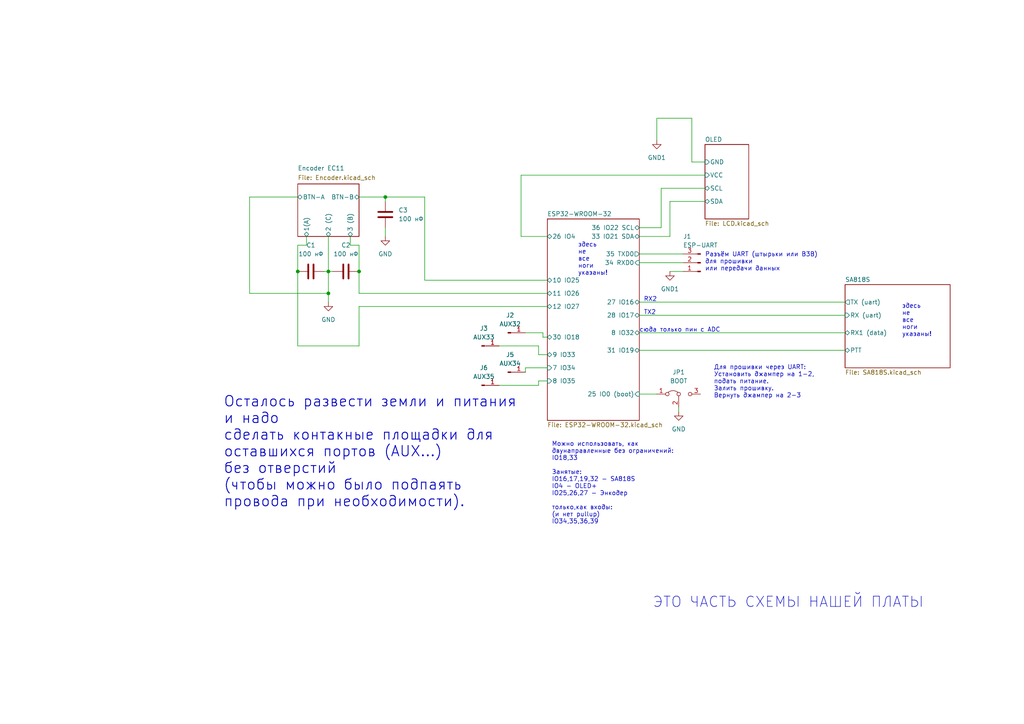
<source format=kicad_sch>
(kicad_sch (version 20230121) (generator eeschema)
  (paper "A4")
  (lib_symbols
    (symbol "Connector:Conn_01x01_Pin" (pin_names (offset 1.016) hide)
      (property "Reference" "J" (at 0 2.54 0))
      (property "Value" "Conn_01x01_Pin" (at 0 -2.54 0))
      (symbol "Conn_01x01_Pin_1_1"
        (polyline (pts (xy 1.27 0) (xy 0.8636 0)) (stroke (width 0.1524)))
        (rectangle (start 0.8636 0.127) (end 0 -0.127) (stroke (width 0.1524)) (fill (type outline)))
        (pin passive line (at 5.08 0 180) (length 3.81) (name "Pin_1") (number "1"))
      )
    )
    (symbol "Connector:Conn_01x03_Pin" (pin_names (offset 1.016) hide)
      (property "Reference" "J" (at 0 5.08 0))
      (property "Value" "Conn_01x03_Pin" (at 0 -5.08 0))
      (symbol "Conn_01x03_Pin_1_1"
        (polyline (pts (xy 1.27 -2.54) (xy 0.8636 -2.54)) (stroke (width 0.1524)))
        (polyline (pts (xy 1.27 0) (xy 0.8636 0)) (stroke (width 0.1524)))
        (polyline (pts (xy 1.27 2.54) (xy 0.8636 2.54)) (stroke (width 0.1524)))
        (rectangle (start 0.8636 -2.413) (end 0 -2.667) (stroke (width 0.1524)) (fill (type outline)))
        (rectangle (start 0.8636 0.127) (end 0 -0.127) (stroke (width 0.1524)) (fill (type outline)))
        (rectangle (start 0.8636 2.667) (end 0 2.413) (stroke (width 0.1524)) (fill (type outline)))
        (pin passive line (at 5.08 2.54 180) (length 3.81) (name "Pin_1") (number "1"))
        (pin passive line (at 5.08 0 180) (length 3.81) (name "Pin_2") (number "2"))
        (pin passive line (at 5.08 -2.54 180) (length 3.81) (name "Pin_3") (number "3"))
      )
    )
    (symbol "Device:C" (pin_numbers hide) (pin_names (offset 0.254))
      (property "Reference" "C" (at 0.635 2.54 0))
      (property "Value" "C" (at 0.635 -2.54 0))
      (symbol "C_0_1"
        (polyline (pts (xy -2.032 -0.762) (xy 2.032 -0.762)) (stroke (width 0.508)))
        (polyline (pts (xy -2.032 0.762) (xy 2.032 0.762)) (stroke (width 0.508)))
      )
      (symbol "C_1_1"
        (pin passive line (at 0 3.81 270) (length 2.794) (name "~") (number "1"))
        (pin passive line (at 0 -3.81 90) (length 2.794) (name "~") (number "2"))
      )
    )
    (symbol "Jumper:Jumper_3_Bridged12" (pin_names (offset 0) hide)
      (property "Reference" "JP" (at -2.54 -2.54 0))
      (property "Value" "Jumper_3_Bridged12" (at 0 2.794 0))
      (symbol "Jumper_3_Bridged12_0_0"
        (circle (center -3.302 0) (radius 0.508))
        (circle (center 0 0) (radius 0.508))
        (circle (center 3.302 0) (radius 0.508))
      )
      (symbol "Jumper_3_Bridged12_0_1"
        (arc (start -0.254 0.508) (mid -1.651 0.9912) (end -3.048 0.508))
        (polyline (pts (xy 0 -1.27) (xy 0 -0.508)))
      )
      (symbol "Jumper_3_Bridged12_1_1"
        (pin passive line (at -6.35 0 0) (length 2.54) (name "A") (number "1"))
        (pin passive line (at 0 -3.81 90) (length 2.54) (name "C") (number "2"))
        (pin passive line (at 6.35 0 180) (length 2.54) (name "B") (number "3"))
      )
    )
    (symbol "power:GND" (power) (pin_names (offset 0))
      (property "Value" "GND" (at 0 -3.81 0))
      (symbol "GND_0_1"
        (polyline (pts (xy 0 0) (xy 0 -1.27) (xy 1.27 -1.27) (xy 0 -2.54) (xy -1.27 -1.27) (xy 0 -1.27)))
      )
      (symbol "GND_1_1"
        (pin power_in line (at 0 0 270) (length 0) hide (name "GND") (number "1"))
      )
    )
    (symbol "power:GND1" (power) (pin_names (offset 0))
      (property "Value" "GND1" (at 0 -3.81 0))
      (symbol "GND1_0_1"
        (polyline (pts (xy 0 0) (xy 0 -1.27) (xy 1.27 -1.27) (xy 0 -2.54) (xy -1.27 -1.27) (xy 0 -1.27)))
      )
      (symbol "GND1_1_1"
        (pin power_in line (at 0 0 270) (length 0) hide (name "GND1") (number "1"))
      )
    )
  )
  (junction (at 111.76 57.15))
  (junction (at 95.25 78.74))
  (junction (at 86.36 78.74))
  (junction (at 104.14 78.74))
  (junction (at 95.25 85.09))
  (wire (pts (xy 95.25 78.74) (xy 96.52 78.74)))
  (wire (pts (xy 151.13 68.58) (xy 151.13 50.8)))
  (wire (pts (xy 185.42 91.44) (xy 245.11 91.44)))
  (wire (pts (xy 204.47 58.42) (xy 194.31 58.42)))
  (wire (pts (xy 196.85 118.11) (xy 196.85 119.38)))
  (wire (pts (xy 185.42 96.52) (xy 245.11 96.52)))
  (wire (pts (xy 185.42 76.2) (xy 198.12 76.2)))
  (wire (pts (xy 158.75 97.79) (xy 157.48 97.79)))
  (wire (pts (xy 158.75 85.09) (xy 104.14 85.09)))
  (wire (pts (xy 156.21 110.49) (xy 156.21 111.76)))
  (wire (pts (xy 157.48 96.52) (xy 152.4 96.52)))
  (wire (pts (xy 151.13 50.8) (xy 204.47 50.8)))
  (wire (pts (xy 158.75 68.58) (xy 151.13 68.58)))
  (wire (pts (xy 101.6 68.58) (xy 101.6 71.12)))
  (wire (pts (xy 123.19 81.28) (xy 123.19 57.15)))
  (wire (pts (xy 185.42 73.66) (xy 198.12 73.66)))
  (wire (pts (xy 86.36 100.33) (xy 86.36 78.74)))
  (wire (pts (xy 95.25 68.58) (xy 95.25 78.74)))
  (wire (pts (xy 86.36 57.15) (xy 72.39 57.15)))
  (wire (pts (xy 194.31 68.58) (xy 185.42 68.58)))
  (wire (pts (xy 200.66 34.29) (xy 190.5 34.29)))
  (wire (pts (xy 200.66 46.99) (xy 200.66 34.29)))
  (wire (pts (xy 86.36 71.12) (xy 88.9 71.12)))
  (wire (pts (xy 93.98 78.74) (xy 95.25 78.74)))
  (wire (pts (xy 144.78 111.76) (xy 156.21 111.76)))
  (wire (pts (xy 194.31 78.74) (xy 198.12 78.74)))
  (wire (pts (xy 111.76 57.15) (xy 104.14 57.15)))
  (wire (pts (xy 185.42 87.63) (xy 245.11 87.63)))
  (wire (pts (xy 104.14 78.74) (xy 104.14 71.12)))
  (wire (pts (xy 104.14 100.33) (xy 86.36 100.33)))
  (wire (pts (xy 72.39 57.15) (xy 72.39 85.09)))
  (wire (pts (xy 191.77 66.04) (xy 185.42 66.04)))
  (wire (pts (xy 185.42 101.6) (xy 245.11 101.6)))
  (wire (pts (xy 158.75 81.28) (xy 123.19 81.28)))
  (wire (pts (xy 123.19 57.15) (xy 111.76 57.15)))
  (wire (pts (xy 88.9 71.12) (xy 88.9 68.58)))
  (wire (pts (xy 191.77 54.61) (xy 191.77 66.04)))
  (wire (pts (xy 104.14 71.12) (xy 101.6 71.12)))
  (wire (pts (xy 156.21 100.33) (xy 144.78 100.33)))
  (wire (pts (xy 152.4 106.68) (xy 152.4 107.95)))
  (wire (pts (xy 156.21 102.87) (xy 156.21 100.33)))
  (wire (pts (xy 104.14 85.09) (xy 104.14 78.74)))
  (wire (pts (xy 158.75 88.9) (xy 104.14 88.9)))
  (wire (pts (xy 111.76 66.04) (xy 111.76 68.58)))
  (wire (pts (xy 204.47 46.99) (xy 200.66 46.99)))
  (wire (pts (xy 104.14 88.9) (xy 104.14 100.33)))
  (wire (pts (xy 158.75 102.87) (xy 156.21 102.87)))
  (wire (pts (xy 72.39 85.09) (xy 95.25 85.09)))
  (wire (pts (xy 95.25 85.09) (xy 95.25 87.63)))
  (wire (pts (xy 158.75 110.49) (xy 156.21 110.49)))
  (wire (pts (xy 194.31 58.42) (xy 194.31 68.58)))
  (wire (pts (xy 190.5 34.29) (xy 190.5 40.64)))
  (wire (pts (xy 158.75 106.68) (xy 152.4 106.68)))
  (wire (pts (xy 157.48 97.79) (xy 157.48 96.52)))
  (wire (pts (xy 204.47 54.61) (xy 191.77 54.61)))
  (wire (pts (xy 95.25 78.74) (xy 95.25 85.09)))
  (wire (pts (xy 86.36 78.74) (xy 86.36 71.12)))
  (wire (pts (xy 185.42 114.3) (xy 190.5 114.3)))
  (wire (pts (xy 111.76 57.15) (xy 111.76 58.42)))
  (text "сюда только пин с ADC" (at 185.42 96.52 0) (effects (font (size 1.27 1.27)) (justify left bottom)))
  (text "здесь\nне\nвсе\nноги\nуказаны!" (at 167.64 80.01 0) (effects (font (size 1.27 1.27)) (justify left bottom)))
  (text "Можно использовать, как \nдвунаправленные без ограничений:\nIO18,33\n\nЗанятые:\nIO16,17,19,32 - SA818S\nIO4 - OLED+\nIO25,26,27 - Энкодер\n\nтолько,как входы:\n(и нет pullup)\nIO34,35,36,39 \n\n\n" (at 160.02 156.21 0) (effects (font (size 1.27 1.27)) (justify left bottom)))
  (text "RX2" (at 186.69 87.63 0) (effects (font (size 1.27 1.27)) (justify left bottom)))
  (text "TX2" (at 186.69 91.44 0) (effects (font (size 1.27 1.27)) (justify left bottom)))
  (text "Разъём UART (штырьки или B3B)\nдля прошивки\nили передачи данных" (at 204.47 78.74 0) (effects (font (size 1.27 1.27)) (justify left bottom)))
  (text "здесь\nне\nвсе\nноги\nуказаны!" (at 261.62 97.79 0) (effects (font (size 1.27 1.27)) (justify left bottom)))
  (text "Для прошивки через UART:\nУстановить джампер на 1-2,\nподать питание.\nЗалить прошивку.\nВернуть джампер на 2-3" (at 207.01 115.57 0) (effects (font (size 1.27 1.27)) (justify left bottom)))
  (text "Осталось развести земли и питания\nи надо\nсделать контакные площадки для\nоставшихся портов (AUX...)\nбез отверстий \n(чтобы можно было подпаять \nпровода при необходимости)." (at 64.77 147.32 0) (effects (font (size 3 3) (thickness 0.254) bold) (justify left bottom)))
  (text "ЭТО ЧАСТЬ СХЕМЫ НАШЕЙ ПЛАТЫ" (at 189.23 176.53 0) (effects (font (size 3 3)) (justify left bottom)))
  (symbol (lib_id "Device:C") (at 100.33 78.74 90) (unit 1)
    (property "Reference" "C2" (at 100.33 71.12 90))
    (property "Value" "100 нФ" (at 100.33 73.66 90))
  )
  (symbol (lib_id "Device:C") (at 90.17 78.74 90) (unit 1)
    (property "Reference" "C1" (at 90.17 71.12 90))
    (property "Value" "100 нФ" (at 90.17 73.66 90))
  )
  (symbol (lib_id "power:GND1") (at 194.31 78.74 0) (unit 1)
    (property "Reference" "#PWR04" (effects hide))
    (property "Value" "GND1" (at 194.31 83.82 0))
  )
  (symbol (lib_id "Device:C") (at 111.76 62.23 180) (unit 1)
    (property "Reference" "C3" (at 115.57 60.96 0) (effects (justify right)))
    (property "Value" "100 нФ" (at 115.57 63.5 0) (effects (justify right)))
  )
  (symbol (lib_id "Connector:Conn_01x03_Pin") (at 203.2 76.2 180) (unit 1)
    (property "Reference" "J1" (at 198.12 68.58 0) (effects (justify right)))
    (property "Value" "ESP-UART" (at 198.12 71.12 0) (effects (justify right)))
  )
  (symbol (lib_id "power:GND") (at 111.76 68.58 0) (unit 1)
    (property "Reference" "#PWR05" (effects hide))
    (property "Value" "GND" (at 111.76 73.66 0))
  )
  (symbol (lib_id "power:GND") (at 196.85 119.38 0) (unit 1)
    (property "Reference" "#PWR01" (effects hide))
    (property "Value" "GND" (at 196.85 124.46 0))
  )
  (symbol (lib_id "Connector:Conn_01x01_Pin") (at 147.32 107.95 0) (unit 1)
    (property "Reference" "J5" (at 147.955 102.87 0))
    (property "Value" "AUX34" (at 147.955 105.41 0))
  )
  (symbol (lib_id "Connector:Conn_01x01_Pin") (at 139.7 111.76 0) (unit 1)
    (property "Reference" "J6" (at 140.335 106.68 0))
    (property "Value" "AUX35" (at 140.335 109.22 0))
  )
  (symbol (lib_id "Connector:Conn_01x01_Pin") (at 147.32 96.52 0) (unit 1)
    (property "Reference" "J2" (at 147.955 91.44 0))
    (property "Value" "AUX32" (at 147.955 93.98 0))
  )
  (symbol (lib_id "power:GND") (at 95.25 87.63 0) (unit 1)
    (property "Reference" "#PWR02" (effects hide))
    (property "Value" "GND" (at 95.25 92.71 0))
  )
  (symbol (lib_id "power:GND1") (at 190.5 40.64 0) (unit 1)
    (property "Reference" "#PWR03" (effects hide))
    (property "Value" "GND1" (at 190.5 45.72 0))
  )
  (symbol (lib_id "Jumper:Jumper_3_Bridged12") (at 196.85 114.3 0) (unit 1)
    (property "Reference" "JP1" (at 196.85 107.95 0))
    (property "Value" "BOOT" (at 196.85 110.49 0))
  )
  (symbol (lib_id "Connector:Conn_01x01_Pin") (at 139.7 100.33 0) (unit 1)
    (property "Reference" "J3" (at 140.335 95.25 0))
    (property "Value" "AUX33" (at 140.335 97.79 0))
  )
  (sheet (at 86.36 53.34) (size 17.78 15.24) (stroke (width 0.1524))
    (property "Sheetname" "Encoder EC11" (at 86.36 49.53 0) (effects (justify left bottom)))
    (property "Sheetfile" "Encoder.kicad_sch" (at 86.36 50.8 0) (effects (justify left top)))
    (pin "1(A)" bidirectional (at 88.9 68.58 270))
    (pin "2 (C)" bidirectional (at 95.25 68.58 270))
    (pin "3 (B)" bidirectional (at 101.6 68.58 270))
    (pin "BTN-A" bidirectional (at 86.36 57.15 180))
    (pin "BTN-B" bidirectional (at 104.14 57.15 0))
  )
  (sheet (at 158.75 63.5) (size 26.67 58.42) (stroke (width 0.1524))
    (property "Sheetname" "ESP32-WROOM-32" (at 158.75 62.7884 0) (effects (justify left bottom)))
    (property "Sheetfile" "ESP32-WROOM-32.kicad_sch" (at 158.75 122.5046 0) (effects (justify left top)))
    (pin "25 IO0 (boot)" input (at 185.42 114.3 0))
    (pin "35 TXD0" output (at 185.42 73.66 0))
    (pin "34 RXD0" input (at 185.42 76.2 0))
    (pin "36 IO22 SCL" bidirectional (at 185.42 66.04 0))
    (pin "33 IO21 SDA" bidirectional (at 185.42 68.58 0))
    (pin "10 IO25" bidirectional (at 158.75 81.28 180))
    (pin "11 IO26" bidirectional (at 158.75 85.09 180))
    (pin "12 IO27" bidirectional (at 158.75 88.9 180))
    (pin "26 IO4" bidirectional (at 158.75 68.58 180))
    (pin "8 IO32" bidirectional (at 185.42 96.52 0))
    (pin "9 IO33" bidirectional (at 158.75 102.87 180))
    (pin "27 IO16" bidirectional (at 185.42 87.63 0))
    (pin "28 IO17" bidirectional (at 185.42 91.44 0))
    (pin "30 IO18" bidirectional (at 158.75 97.79 180))
    (pin "31 IO19" bidirectional (at 185.42 101.6 0))
    (pin "7 IO34" input (at 158.75 106.68 180))
    (pin "8 IO35" input (at 158.75 110.49 180))
  )
  (sheet (at 204.47 41.91) (size 12.7 21.59) (stroke (width 0.1524))
    (property "Sheetname" "OLED" (at 204.47 41.1984 0) (effects (justify left bottom)))
    (property "Sheetfile" "LCD.kicad_sch" (at 204.47 64.0846 0) (effects (justify left top)))
    (pin "SDA" bidirectional (at 204.47 58.42 180))
    (pin "VCC" input (at 204.47 50.8 180))
    (pin "GND" input (at 204.47 46.99 180))
    (pin "SCL" bidirectional (at 204.47 54.61 180))
  )
  (sheet (at 245.11 82.55) (size 30.48 24.13) (stroke (width 0.1524))
    (property "Sheetname" "SA818S" (at 245.11 81.8384 0) (effects (justify left bottom)))
    (property "Sheetfile" "SA818S.kicad_sch" (at 245.11 107.2646 0) (effects (justify left top)))
    (pin "RX1 (data)" bidirectional (at 245.11 96.52 180))
    (pin "RX (uart)" input (at 245.11 91.44 180))
    (pin "TX (uart)" output (at 245.11 87.63 180))
    (pin "PTT" bidirectional (at 245.11 101.6 180))
  )
)
</source>
